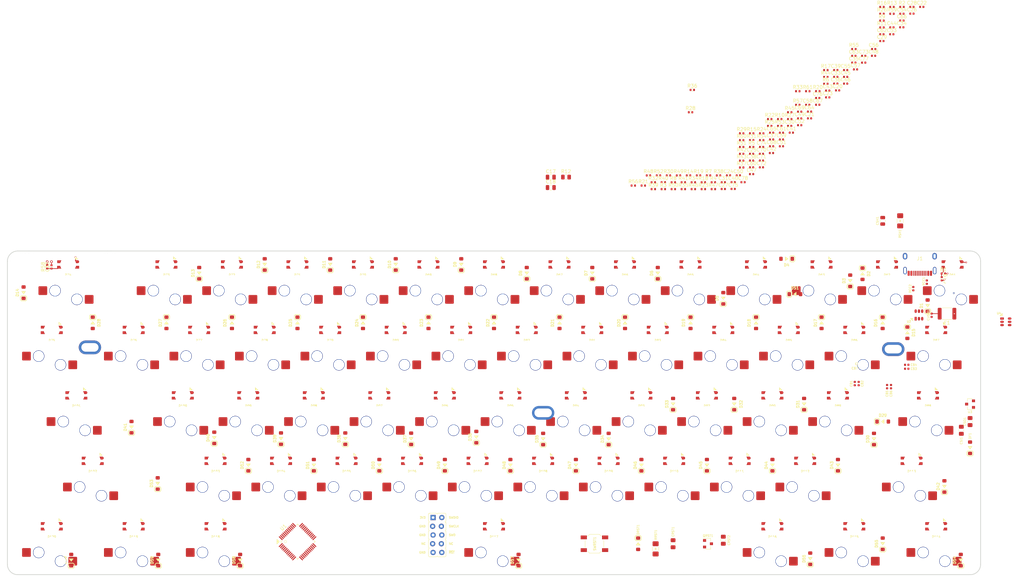
<source format=kicad_pcb>
(kicad_pcb (version 20211014) (generator pcbnew)
  (title_block (date "2022-march-1"))
  (layers (0 "F.Cu" signal) (1 "In1.Cu" signal) (2 "In2.Cu" signal) (31 "B.Cu" signal) (34 "B.Paste" user) (35 "F.Paste" user) (36 "B.SilkS" user "B.Silkscreen") (37 "F.SilkS" user "F.Silkscreen") (38 "B.Mask" user) (39 "F.Mask" user) (44 "Edge.Cuts" user))
  (net 0 "")
  (net 1 "GND")
  (net 2 "BOOT0")
  (net 3 "NRST")
  (net 4 "/SHIELD")
  (net 5 "5V")
  (net 6 "VBUS")
  (net 7 "Net-(DRST1-Pad2)")
  (net 8 "Net-(D1-Pad2)")
  (net 9 "Col1")
  (net 10 "Net-(D2-Pad2)")
  (net 11 "Col2")
  (net 12 "Net-(D3-Pad2)")
  (net 13 "Col3")
  (net 14 "Net-(D4-Pad2)")
  (net 15 "Col4")
  (net 16 "Net-(D5-Pad2)")
  (net 17 "Col5")
  (net 18 "Net-(D6-Pad2)")
  (net 19 "Col6")
  (net 20 "Net-(D7-Pad2)")
  (net 21 "Col7")
  (net 22 "Net-(D8-Pad2)")
  (net 23 "Col8")
  (net 24 "Net-(D9-Pad2)")
  (net 25 "Col9")
  (net 26 "Net-(D10-Pad2)")
  (net 27 "Col10")
  (net 28 "Net-(D11-Pad2)")
  (net 29 "Col11")
  (net 30 "Net-(D12-Pad2)")
  (net 31 "Col12")
  (net 32 "Net-(D13-Pad2)")
  (net 33 "Col13")
  (net 34 "Net-(D14-Pad2)")
  (net 35 "Net-(D15-Pad2)")
  (net 36 "Net-(D16-Pad2)")
  (net 37 "Net-(D17-Pad2)")
  (net 38 "Net-(D18-Pad2)")
  (net 39 "Net-(D19-Pad2)")
  (net 40 "Net-(D20-Pad2)")
  (net 41 "Net-(D21-Pad2)")
  (net 42 "Net-(D22-Pad2)")
  (net 43 "Net-(D23-Pad2)")
  (net 44 "Net-(D24-Pad2)")
  (net 45 "Net-(D25-Pad2)")
  (net 46 "Net-(D26-Pad2)")
  (net 47 "Net-(D27-Pad2)")
  (net 48 "Net-(D28-Pad2)")
  (net 49 "Net-(D29-Pad2)")
  (net 50 "Net-(D30-Pad2)")
  (net 51 "Net-(D31-Pad2)")
  (net 52 "Net-(D32-Pad2)")
  (net 53 "Net-(D33-Pad2)")
  (net 54 "Net-(D34-Pad2)")
  (net 55 "Net-(D35-Pad2)")
  (net 56 "Net-(D36-Pad2)")
  (net 57 "Net-(D37-Pad2)")
  (net 58 "Net-(D38-Pad2)")
  (net 59 "Net-(D39-Pad2)")
  (net 60 "Net-(D40-Pad2)")
  (net 61 "Net-(D41-Pad2)")
  (net 62 "Net-(D42-Pad2)")
  (net 63 "Net-(D43-Pad2)")
  (net 64 "Net-(D44-Pad2)")
  (net 65 "Net-(D45-Pad2)")
  (net 66 "Net-(D46-Pad2)")
  (net 67 "Net-(D47-Pad2)")
  (net 68 "Net-(D48-Pad2)")
  (net 69 "Net-(D49-Pad2)")
  (net 70 "Net-(D50-Pad2)")
  (net 71 "Net-(D51-Pad2)")
  (net 72 "Net-(D52-Pad2)")
  (net 73 "Net-(D53-Pad2)")
  (net 74 "Net-(D54-Pad2)")
  (net 75 "Net-(D55-Pad2)")
  (net 76 "Net-(D56-Pad2)")
  (net 77 "Net-(D57-Pad2)")
  (net 78 "Net-(D58-Pad2)")
  (net 79 "Net-(D59-Pad2)")
  (net 80 "Net-(D60-Pad2)")
  (net 82 "Net-(J1-PadA5)")
  (net 83 "DBus+")
  (net 84 "DBus-")
  (net 86 "Row1")
  (net 87 "Row2")
  (net 88 "Row3")
  (net 89 "Row4")
  (net 90 "Row5")
  (net 91 "D+")
  (net 92 "D-")
  (net 93 "SWCLK")
  (net 94 "SWDIO")
  (net 95 "Net-(J1-PadB5)")
  (net 113 "3V3")
  (net 114 "Net-(C19-Pad1)")
  (net 115 "Net-(C20-Pad1)")
  (net 116 "Net-(C21-Pad1)")
  (net 117 "Net-(C22-Pad1)")
  (net 118 "Net-(C23-Pad1)")
  (net 119 "Net-(C24-Pad1)")
  (net 120 "Net-(C25-Pad1)")
  (net 121 "Net-(C26-Pad1)")
  (net 122 "Net-(C27-Pad1)")
  (net 123 "Net-(C28-Pad1)")
  (net 124 "Net-(C29-Pad1)")
  (net 125 "Net-(C30-Pad1)")
  (net 126 "Net-(C31-Pad1)")
  (net 127 "Net-(C32-Pad1)")
  (net 128 "Net-(C33-Pad1)")
  (net 129 "Net-(C34-Pad1)")
  (net 130 "Net-(C35-Pad1)")
  (net 131 "Net-(C36-Pad1)")
  (net 132 "Net-(C37-Pad1)")
  (net 133 "Net-(C38-Pad1)")
  (net 134 "Net-(C39-Pad1)")
  (net 135 "Net-(C40-Pad1)")
  (net 136 "Net-(C41-Pad1)")
  (net 137 "Net-(C42-Pad1)")
  (net 138 "Net-(C43-Pad1)")
  (net 139 "Net-(C44-Pad1)")
  (net 140 "Net-(C45-Pad1)")
  (net 141 "Net-(C46-Pad1)")
  (net 142 "Net-(C47-Pad1)")
  (net 143 "Net-(C48-Pad1)")
  (net 144 "Net-(C49-Pad1)")
  (net 145 "Net-(C50-Pad1)")
  (net 146 "Net-(C51-Pad1)")
  (net 147 "Net-(C52-Pad1)")
  (net 148 "Net-(C53-Pad1)")
  (net 149 "Net-(C54-Pad1)")
  (net 150 "Net-(C55-Pad1)")
  (net 151 "Net-(C56-Pad1)")
  (net 152 "Net-(C57-Pad1)")
  (net 153 "Net-(C58-Pad1)")
  (net 154 "Net-(C59-Pad1)")
  (net 155 "Net-(C60-Pad1)")
  (net 156 "Net-(C61-Pad1)")
  (net 157 "Net-(C62-Pad1)")
  (net 158 "Net-(C63-Pad1)")
  (net 159 "Net-(C64-Pad1)")
  (net 160 "Net-(C65-Pad1)")
  (net 161 "Net-(C66-Pad1)")
  (net 162 "Net-(C67-Pad1)")
  (net 163 "Net-(C68-Pad1)")
  (net 164 "Net-(C69-Pad1)")
  (net 165 "Net-(C70-Pad1)")
  (net 166 "Net-(C71-Pad1)")
  (net 167 "Net-(C72-Pad1)")
  (net 168 "Net-(C73-Pad1)")
  (net 169 "Net-(C74-Pad1)")
  (net 170 "Net-(C75-Pad1)")
  (net 171 "Net-(C76-Pad1)")
  (net 172 "Net-(C77-Pad1)")
  (net 173 "Net-(C78-Pad1)")
  (net 174 "Net-(D61-Pad2)")
  (net 175 "RGB_5V")
  (net 176 "Net-(D62-Pad2)")
  (net 177 "Net-(D63-Pad2)")
  (net 178 "Net-(D64-Pad2)")
  (net 179 "Net-(D65-Pad2)")
  (net 180 "Net-(D66-Pad2)")
  (net 181 "Net-(D67-Pad2)")
  (net 182 "Net-(D68-Pad2)")
  (net 183 "Net-(D69-Pad2)")
  (net 184 "Net-(D70-Pad2)")
  (net 185 "Net-(D71-Pad2)")
  (net 186 "Net-(D72-Pad2)")
  (net 187 "Net-(D73-Pad2)")
  (net 188 "Net-(D74-Pad2)")
  (net 189 "Net-(D75-Pad2)")
  (net 190 "Net-(D76-Pad2)")
  (net 191 "Net-(D77-Pad2)")
  (net 192 "Net-(D78-Pad2)")
  (net 193 "Net-(D79-Pad2)")
  (net 194 "Net-(D80-Pad2)")
  (net 195 "Net-(D81-Pad2)")
  (net 196 "Net-(D82-Pad2)")
  (net 197 "Net-(D83-Pad2)")
  (net 198 "Net-(D83-Pad4)")
  (net 199 "Net-(D84-Pad2)")
  (net 200 "Net-(D85-Pad2)")
  (net 201 "Net-(D86-Pad2)")
  (net 202 "Net-(D87-Pad2)")
  (net 203 "Net-(D88-Pad2)")
  (net 204 "Net-(D89-Pad2)")
  (net 205 "Net-(D90-Pad2)")
  (net 206 "Net-(D92-Pad2)")
  (net 207 "Net-(D93-Pad2)")
  (net 208 "Net-(D94-Pad2)")
  (net 209 "Net-(D95-Pad2)")
  (net 210 "Net-(D96-Pad2)")
  (net 211 "Net-(D97-Pad2)")
  (net 212 "Net-(D98-Pad2)")
  (net 213 "Net-(D100-Pad4)")
  (net 214 "Net-(D100-Pad2)")
  (net 215 "Net-(D101-Pad2)")
  (net 216 "Net-(D102-Pad2)")
  (net 217 "Net-(D103-Pad2)")
  (net 218 "Net-(D104-Pad2)")
  (net 219 "Net-(D105-Pad2)")
  (net 220 "Net-(D106-Pad2)")
  (net 221 "Net-(D107-Pad2)")
  (net 222 "Net-(D108-Pad2)")
  (net 223 "Net-(D109-Pad2)")
  (net 224 "Net-(D110-Pad2)")
  (net 225 "Net-(D111-Pad2)")
  (net 226 "Net-(D112-Pad2)")
  (net 227 "Net-(D113-Pad2)")
  (net 228 "Net-(D114-Pad2)")
  (net 229 "Net-(D115-Pad2)")
  (net 230 "Net-(D116-Pad2)")
  (net 231 "Net-(D117-Pad2)")
  (net 232 "Net-(D118-Pad2)")
  (net 233 "Net-(D119-Pad2)")
  (net 234 "RGB_OUT")
  (net 235 "Net-(R12-Pad2)")
  (net 236 "RGB_3V3")
  (footprint "acheron_Connectors:TYPE-C-31-M-12" (layer "F.Cu") (at 337.063992 106.728061 180)
    (fp_text reference "J1")
    (fp_text value "TYPE-C-31-M12_13")
  )
  (footprint "Capacitor_SMD:C_0402_1005Metric" (layer "F.Cu") (at 318.141 138.105 -90)
    (fp_text reference "CB1")
    (fp_text value "1uF")
  )
  (footprint "Capacitor_SMD:C_0402_1005Metric" (layer "F.Cu") (at 333.254 133.787 180)
    (fp_text reference "CB3")
    (fp_text value "100n")
  )
  (footprint "Capacitor_SMD:C_0402_1005Metric" (layer "F.Cu") (at 333.254 132.644 180)
    (fp_text reference "CB4")
    (fp_text value "4.7uF")
  )
  (footprint "Capacitor_SMD:C_0402_1005Metric" (layer "F.Cu") (at 327.53888 138.994 90)
    (fp_text reference "CB5")
    (fp_text value "100n")
  )
  (footprint "Capacitor_SMD:C_0402_1005Metric" (layer "F.Cu") (at 328.68188 138.994 90)
    (fp_text reference "CB6")
    (fp_text value "4.7uF")
  )
  (footprint "Capacitor_SMD:C_0402_1005Metric" (layer "F.Cu") (at 320.173 133.66)
    (fp_text reference "CB7")
    (fp_text value "100nF")
  )
  (footprint "Capacitor_SMD:C_0402_1005Metric" (layer "F.Cu") (at 321.189 132.39 180)
    (fp_text reference "CB8")
    (fp_text value "100n")
  )
  (footprint "Capacitor_SMD:C_0805_2012Metric_Pad1.15x1.40mm_HandSolder" (layer "F.Cu") (at 265.309 184.714 -90)
    (fp_text reference "CRST1")
    (fp_text value "10u")
  )
  (footprint "Capacitor_SMD:C_0805_2012Metric_Pad1.15x1.40mm_HandSolder" (layer "F.Cu") (at 279.9131 183.68932 -90)
    (fp_text reference "CRST2")
    (fp_text value "4.7n")
  )
  (footprint "Capacitor_SMD:C_0805_2012Metric" (layer "F.Cu") (at 326.269 90.734 90)
    (fp_text reference "CSH1")
    (fp_text value "4.7nF")
  )
  (footprint "Capacitor_SMD:C_0805_2012Metric_Pad1.15x1.40mm_HandSolder" (layer "F.Cu") (at 349.129 151.694 -90)
    (fp_text reference "CSI1")
    (fp_text value "10u")
  )
  (footprint "Capacitor_SMD:C_0805_2012Metric_Pad1.15x1.40mm_HandSolder" (layer "F.Cu") (at 351.669 149.154 90)
    (fp_text reference "CSO1")
    (fp_text value "1u")
  )
  (footprint "Capacitor_SMD:C_0402_1005Metric" (layer "F.Cu") (at 340.493 118.2168 90)
    (fp_text reference "CUSB1")
    (fp_text value "100n")
  )
  (footprint "acheron_Components:D_SOD-123" (layer "F.Cu") (at 320.39525 106.13275 -90)
    (fp_text reference "D2")
    (fp_text value "1N4148")
  )
  (footprint "acheron_Components:D_SOD-123" (layer "F.Cu") (at 316.819 108.184 90)
    (fp_text reference "D3")
    (fp_text value "1N4148")
  )
  (footprint "acheron_Components:D_SOD-123" (layer "F.Cu") (at 279.914 113.2765 90)
    (fp_text reference "D5")
    (fp_text value "1N4148")
  )
  (footprint "acheron_Components:D_SOD-123" (layer "F.Cu") (at 260.8636 105.974 90)
    (fp_text reference "D6")
    (fp_text value "1N4148")
  )
  (footprint "acheron_Components:D_SOD-123" (layer "F.Cu") (at 241.814 105.974 90)
    (fp_text reference "D7")
    (fp_text value "1N4148")
  )
  (footprint "acheron_Components:D_SOD-123" (layer "F.Cu") (at 222.76344 105.974 90)
    (fp_text reference "D8")
    (fp_text value "1N4148")
  )
  (footprint "acheron_Components:D_SOD-123" (layer "F.Cu") (at 203.71336 103.434 90)
    (fp_text reference "D9")
    (fp_text value "1N4148")
  )
  (footprint "acheron_Components:D_SOD-123" (layer "F.Cu") (at 184.66336 103.434 90)
    (fp_text reference "D10")
    (fp_text value "1N4148")
  )
  (footprint "acheron_Components:D_SOD-123" (layer "F.Cu") (at 165.61328 103.434 90)
    (fp_text reference "D11")
    (fp_text value "1N4148")
  )
  (footprint "acheron_Components:D_SOD-123" (layer "F.Cu") (at 146.56312 103.434 90)
    (fp_text reference "D12")
    (fp_text value "1N4148")
  )
  (footprint "acheron_Components:D_SOD-123" (layer "F.Cu") (at 127.514 105.974 90)
    (fp_text reference "D13")
    (fp_text value "1N4148")
  )
  (footprint "acheron_Components:D_SOD-123" (layer "F.Cu") (at 255.149 184.714 -90)
    (fp_text reference "DRST1")
    (fp_text value "1N4148")
  )
  (footprint "acheron_Componentstwo:Fuse_1812_4532" (layer "F.Cu") (at 344.9634 117.7596 180)
    (fp_text reference "F1")
    (fp_text value "Polyfuse")
  )
  (footprint "Package_TO_SOT_SMD:SOT-23" (layer "F.Cu") (at 275.469 184.714)
    (fp_text reference "QRST1")
    (fp_text value "DTC123J")
  )
  (footprint "Resistor_SMD:R_0402_1005Metric" (layer "F.Cu") (at 339.096 108.5775 90)
    (fp_text reference "RCC1")
    (fp_text value "5.1k")
  )
  (footprint "acheron_Components:R_SMD_1026" (layer "F.Cu") (at 260.229 186.2015 90)
    (fp_text reference "RRST1")
    (fp_text value "100k")
  )
  (footprint "acheron_Components:R_SMD_1026" (layer "F.Cu") (at 331.349 90.734 -90)
    (fp_text reference "RSH1")
    (fp_text value "1M")
  )
  (footprint "acheron_MXH:MX100H" (layer "F.Cu") (at 308.48884 108.514 180)
    (fp_text reference "SW3")
    (fp_text value "2")
  )
  (footprint "acheron_MXH:MX100H" (layer "F.Cu") (at 289.43876 108.514 180)
    (fp_text reference "SW4")
    (fp_text value "3")
  )
  (footprint "acheron_MXH:MX100H" (layer "F.Cu") (at 270.38868 108.514 180)
    (fp_text reference "SW5")
    (fp_text value "4")
  )
  (footprint "acheron_MXH:MX100H" (layer "F.Cu") (at 251.3386 108.514 180)
    (fp_text reference "SW6")
    (fp_text value "5")
  )
  (footprint "acheron_MXH:MX100H" (layer "F.Cu") (at 232.28852 108.514 180)
    (fp_text reference "SW7")
    (fp_text value "6")
  )
  (footprint "acheron_MXH:MX100H" (layer "F.Cu") (at 213.23844 108.514 180)
    (fp_text reference "SW8")
    (fp_text value "7")
  )
  (footprint "acheron_MXH:MX100H" (layer "F.Cu") (at 194.18836 108.514 180)
    (fp_text reference "SW9")
    (fp_text value "8")
  )
  (footprint "acheron_MXH:MX100H" (layer "F.Cu") (at 175.13828 108.514 180)
    (fp_text reference "SW10")
    (fp_text value "9")
  )
  (footprint "acheron_MXH:MX100H" (layer "F.Cu") (at 156.0882 108.514 180)
    (fp_text reference "SW11")
    (fp_text value "0")
  )
  (footprint "acheron_MXH:MX100H" (layer "F.Cu") (at 137.03812 108.514 180)
    (fp_text reference "SW12")
    (fp_text value "-_")
  )
  (footprint "acheron_MXH:MX100H" (layer "F.Cu") (at 117.98804 108.514 180)
    (fp_text reference "SW13")
    (fp_text value "=+")
  )
  (footprint "acheron_Hardware:smdPushBtn" (layer "F.Cu") (at 242.449 184.714)
    (fp_text reference "SWRST1")
    (fp_text value "SW_Push")
  )
  (footprint "acheron_Components:LQFP-48_7x7mm_P0.5mm" (layer "F.Cu") (at 156.121411 184.1044 45)
    (fp_text reference "U1")
    (fp_text value "STM32F072-LQFP48")
  )
  (footprint "acheron_Components:SOT-23-6" (layer "F.Cu") (at 336.806 118.123 90)
    (fp_text reference "U2")
    (fp_text value "USBLC6-2SC6")
  )
  (footprint "Package_TO_SOT_SMD:SOT-23" (layer "F.Cu") (at 351.669 144.074 180)
    (fp_text reference "U3")
    (fp_text value "MCP1700-3302E_SOT23")
  )
  (footprint "acheron_Components:D_SOD-123" (layer "F.Cu") (at 76.449 111.6415 90)
    (fp_text reference "D14")
    (fp_text value "1N4148")
  )
  (footprint "acheron_MXH:MX200HR" (layer "F.Cu") (at 89.41292 108.514 180)
    (fp_text reference "SW14")
    (fp_text value "BKSP_200")
  )
  (footprint "acheron_Components:D_SOD-123" (layer "F.Cu") (at 333.439 123.2965 -90)
    (fp_text reference "D15")
    (fp_text value "1N4148")
  )
  (footprint "acheron_Components:D_SOD-123" (layer "F.Cu") (at 326.249 120.424 -90)
    (fp_text reference "D16")
    (fp_text value "1N4148")
  )
  (footprint "acheron_Components:D_SOD-123" (layer "F.Cu") (at 308.489 120.42025 -90)
    (fp_text reference "D17")
    (fp_text value "1N4148")
  )
  (footprint "acheron_Components:D_SOD-123" (layer "F.Cu") (at 289.439 120.42025 -90)
    (fp_text reference "D18")
    (fp_text value "1N4148")
  )
  (footprint "acheron_Components:D_SOD-123" (layer "F.Cu") (at 270.389 120.42025 -90)
    (fp_text reference "D19")
    (fp_text value "1N4148")
  )
  (footprint "acheron_Components:D_SOD-123" (layer "F.Cu") (at 251.339 120.42025 -90)
    (fp_text reference "D20")
    (fp_text value "1N4148")
  )
  (footprint "acheron_Components:D_SOD-123" (layer "F.Cu") (at 232.289 120.42025 -90)
    (fp_text reference "D21")
    (fp_text value "1N4148")
  )
  (footprint "acheron_Components:D_SOD-123" (layer "F.Cu") (at 213.239 120.42025 -90)
    (fp_text reference "D22")
    (fp_text value "1N4148")
  )
  (footprint "acheron_Components:D_SOD-123" (layer "F.Cu") (at 194.189 120.42025 -90)
    (fp_text reference "D23")
    (fp_text value "1N4148")
  )
  (footprint "acheron_Components:D_SOD-123" (layer "F.Cu") (at 175.139 120.42025 -90)
    (fp_text reference "D24")
    (fp_text value "1N4148")
  )
  (footprint "acheron_Components:D_SOD-123" (layer "F.Cu") (at 156.089 120.42025 -90)
    (fp_text reference "D25")
    (fp_text value "1N4148")
  )
  (footprint "acheron_Components:D_SOD-123" (layer "F.Cu") (at 137.039 120.42025 -90)
    (fp_text reference "D26")
    (fp_text value "1N4148")
  )
  (footprint "acheron_MXH:MX100H" (layer "F.Cu") (at 318.01388 127.56408 180)
    (fp_text reference "SW16")
    (fp_text value "Q")
  )
  (footprint "acheron_MXH:MX100H" (layer "F.Cu") (at 298.9638 127.56408 180)
    (fp_text reference "SW17")
    (fp_text value "W")
  )
  (footprint "acheron_MXH:MX100H" (layer "F.Cu") (at 279.91372 127.56408 180)
    (fp_text reference "SW18")
    (fp_text value "E")
  )
  (footprint "acheron_MXH:MX100H" (layer "F.Cu") (at 260.86364 127.56408 180)
    (fp_text reference "SW19")
    (fp_text value "R")
  )
  (footprint "acheron_MXH:MX100H" (layer "F.Cu") (at 241.81356 127.56408 180)
    (fp_text reference "SW20")
    (fp_text value "T")
  )
  (footprint "acheron_MXH:MX100H" (layer "F.Cu") (at 222.76348 127.56408 180)
    (fp_text reference "SW21")
    (fp_text value "Y")
  )
  (footprint "acheron_MXH:MX100H" (layer "F.Cu") (at 203.7134 127.56408 180)
    (fp_text reference "SW22")
    (fp_text value "U")
  )
  (footprint "acheron_MXH:MX100H" (layer "F.Cu") (at 184.66332 127.56408 180)
    (fp_text reference "SW23")
    (fp_text value "I")
  )
  (footprint "acheron_MXH:MX100H" (layer "F.Cu") (at 165.61324 127.56408 180)
    (fp_text reference "SW24")
    (fp_text value "L")
  )
  (footprint "acheron_MXH:MX100H" (layer "F.Cu") (at 146.56316 127.56408 180)
    (fp_text reference "SW25")
    (fp_text value "O")
  )
  (footprint "acheron_MXH:MX100H" (layer "F.Cu") (at 127.51308 127.56408 180)
    (fp_text reference "SW26")
    (fp_text value "P")
  )
  (footprint "acheron_Components:D_SOD-123" (layer "F.Cu") (at 96.55775 120.42025 -90)
    (fp_text reference "D28")
    (fp_text value "1N4148")
  )
  (footprint "acheron_Components:D_SOD-123" (layer "F.Cu") (at 323.729 154.234 90)
    (fp_text reference "D30")
    (fp_text value "1N4148")
  )
  (footprint "acheron_Components:D_SOD-123" (layer "F.Cu") (at 303.409 144.074 90)
    (fp_text reference "D31")
    (fp_text value "1N4148")
  )
  (footprint "acheron_Components:D_SOD-123" (layer "F.Cu") (at 283.089 144.074 90)
    (fp_text reference "D32")
    (fp_text value "1N4148")
  )
  (footprint "acheron_Components:D_SOD-123" (layer "F.Cu") (at 265.309 144.074 90)
    (fp_text reference "D33")
    (fp_text value "1N4148")
  )
  (footprint "acheron_Components:D_SOD-123" (layer "F.Cu") (at 246.57604 154.234 90)
    (fp_text reference "D34")
    (fp_text value "1N4148")
  )
  (footprint "acheron_Components:D_SOD-123" (layer "F.Cu") (at 227.526 154.234 90)
    (fp_text reference "D35")
    (fp_text value "1N4148")
  )
  (footprint "acheron_Components:D_SOD-123" (layer "F.Cu") (at 208.09525 153.6765 90)
    (fp_text reference "D36")
    (fp_text value "1N4148")
  )
  (footprint "acheron_Components:D_SOD-123" (layer "F.Cu") (at 189.14525 154.1765 90)
    (fp_text reference "D37")
    (fp_text value "1N4148")
  )
  (footprint "acheron_Components:D_SOD-123" (layer "F.Cu") (at 169.99525 154.1265 90)
    (fp_text reference "D38")
    (fp_text value "1N4148")
  )
  (footprint "acheron_Components:D_SOD-123" (layer "F.Cu") (at 151.30064 154.11416 90)
    (fp_text reference "D39")
    (fp_text value "1N4148")
  )
  (footprint "acheron_Components:D_SOD-123" (layer "F.Cu") (at 131.89525 153.894 90)
    (fp_text reference "D40")
    (fp_text value "1N4148")
  )
  (footprint "acheron_Components:D_SOD-123" (layer "F.Cu") (at 107.829 150.7765 90)
    (fp_text reference "D41")
    (fp_text value "1N4148")
  )
  (footprint "acheron_MXH:MX175H" (layer "F.Cu") (at 339.44522 146.614 180)
    (fp_text reference "SW29")
    (fp_text value "CAPS_175")
  )
  (footprint "acheron_MXH:MX100H" (layer "F.Cu") (at 313.25136 146.61416 180)
    (fp_text reference "SW30")
    (fp_text value "A")
  )
  (footprint "acheron_MXH:MX100H" (layer "F.Cu") (at 294.20128 146.61416 180)
    (fp_text reference "SW31")
    (fp_text value "S")
  )
  (footprint "acheron_MXH:MX100H" (layer "F.Cu") (at 275.1512 146.61416 180)
    (fp_text reference "SW32")
    (fp_text value "D")
  )
  (footprint "acheron_MXH:MX100H" (layer "F.Cu") (at 256.10112 146.61416 180)
    (fp_text reference "SW33")
    (fp_text value "F")
  )
  (footprint "acheron_MXH:MX100H" (layer "F.Cu") (at 237.05104 146.61416 180)
    (fp_text reference "SW34")
    (fp_text value "G")
  )
  (footprint "acheron_MXH:MX100H" (layer "F.Cu") (at 218.00096 146.61416 180)
    (fp_text reference "SW35")
    (fp_text value "H")
  )
  (footprint "acheron_MXH:MX100H" (layer "F.Cu") (at 198.95088 146.61416 180)
    (fp_text reference "SW36")
    (fp_text value "J")
  )
  (footprint "acheron_MXH:MX100H" (layer "F.Cu") (at 179.9008 146.61416 180)
    (fp_text reference "SW37")
    (fp_text value "K")
  )
  (footprint "acheron_MXH:MX100H" (layer "F.Cu") (at 160.85072 146.61416 180)
    (fp_text reference "SW38")
    (fp_text value "L")
  )
  (footprint "acheron_MXH:MX100H" (layer "F.Cu") (at 141.80064 146.61416 180)
    (fp_text reference "SW39")
    (fp_text value ":;")
  )
  (footprint "acheron_MXH:MX100H" (layer "F.Cu") (at 122.75056 146.61416 180)
    (fp_text reference "SW40")
    (fp_text value "\"")
  )
  (footprint "acheron_MXH:MX225HR" (layer "F.Cu") (at 91.79525 146.614 180)
    (fp_text reference "SW41")
    (fp_text value "ENTER_225")
  )
  (footprint "acheron_Components:D_SOD-123" (layer "F.Cu") (at 344.20775 168.04525 90)
    (fp_text reference "D42")
    (fp_text value "1N4148")
  )
  (footprint "acheron_Components:D_SOD-123" (layer "F.Cu") (at 313.25132 161.854 90)
    (fp_text reference "D43")
    (fp_text value "1N4148")
  )
  (footprint "acheron_Components:D_SOD-123" (layer "F.Cu") (at 294.20132 161.854 90)
    (fp_text reference "D44")
    (fp_text value "1N4148")
  )
  (footprint "acheron_Components:D_SOD-123" (layer "F.Cu") (at 275.15124 161.854 90)
    (fp_text reference "D45")
    (fp_text value "1N4148")
  )
  (footprint "acheron_Components:D_SOD-123" (layer "F.Cu") (at 256.10116 161.854 90)
    (fp_text reference "D46")
    (fp_text value "1N4148")
  )
  (footprint "acheron_Components:D_SOD-123" (layer "F.Cu") (at 237.05108 161.854 90)
    (fp_text reference "D47")
    (fp_text value "1N4148")
  )
  (footprint "acheron_Components:D_SOD-123" (layer "F.Cu") (at 218.00092 161.854 90)
    (fp_text reference "D48")
    (fp_text value "1N4148")
  )
  (footprint "acheron_Components:D_SOD-123" (layer "F.Cu") (at 198.95084 161.854 90)
    (fp_text reference "D49")
    (fp_text value "1N4148")
  )
  (footprint "acheron_Components:D_SOD-123" (layer "F.Cu") (at 179.90084 161.854 90)
    (fp_text reference "D50")
    (fp_text value "1N4148")
  )
  (footprint "acheron_Components:D_SOD-123" (layer "F.Cu") (at 141.8015 161.854 90)
    (fp_text reference "D52")
    (fp_text value "1N4148")
  )
  (footprint "acheron_Components:D_SOD-123" (layer "F.Cu") (at 115.449 167.17924 90)
    (fp_text reference "D53")
    (fp_text value "1N4148")
  )
  (footprint "acheron_MXH:MX225HR" (layer "F.Cu") (at 334.6827 165.66424 180)
    (fp_text reference "SW42")
    (fp_text value "LSHIFT_225")
  )
  (footprint "acheron_MXH:MX100H" (layer "F.Cu") (at 303.72632 165.66424 180)
    (fp_text reference "SW43")
    (fp_text value "Z")
  )
  (footprint "acheron_MXH:MX100H" (layer "F.Cu") (at 284.67624 165.66424 180)
    (fp_text reference "SW44")
    (fp_text value "X")
  )
  (footprint "acheron_MXH:MX100H" (layer "F.Cu") (at 265.62616 165.66424 180)
    (fp_text reference "SW45")
    (fp_text value "C")
  )
  (footprint "acheron_MXH:MX100H" (layer "F.Cu") (at 246.57608 165.66424 180)
    (fp_text reference "SW46")
    (fp_text value "V")
  )
  (footprint "acheron_MXH:MX100H" (layer "F.Cu") (at 227.526 165.66424 180)
    (fp_text reference "SW47")
    (fp_text value "B")
  )
  (footprint "acheron_MXH:MX100H" (layer "F.Cu") (at 208.47592 165.66424 180)
    (fp_text reference "SW48")
    (fp_text value "N")
  )
  (footprint "acheron_MXH:MX100H" (layer "F.Cu") (at 189.42584 165.66424 180)
    (fp_text reference "SW49")
    (fp_text value "M")
  )
  (footprint "acheron_MXH:MX100H" (layer "F.Cu") (at 170.37576 165.66424 180)
    (fp_text reference "SW50")
    (fp_text value "<,")
  )
  (footprint "acheron_MXH:MX100H" (layer "F.Cu") (at 151.32568 165.66424 180)
    (fp_text reference "SW51")
    (fp_text value ".>")
  )
  (footprint "acheron_MXH:MX100H" (layer "F.Cu") (at 132.2756 165.66424 180)
    (fp_text reference "SW52")
    (fp_text value "?/")
  )
  (footprint "acheron_Components:D_SOD-123" (layer "F.Cu") (at 348.97025 189.4765 90)
    (fp_text reference "D54")
    (fp_text value "1N4148")
  )
  (footprint "acheron_Components:D_SOD-123" (layer "F.Cu") (at 326.269 184.714 90)
    (fp_text reference "D55")
    (fp_text value "1N4148")
  )
  (footprint "acheron_Components:D_SOD-123" (layer "F.Cu") (at 305.19525 189.0765 90)
    (fp_text reference "D56")
    (fp_text value "1N4148")
  )
  (footprint "acheron_MXH:MX150H" (layer "F.Cu") (at 341.8254 184.71432 180)
    (fp_text reference "SW54")
    (fp_text value "MXSwitch")
  )
  (footprint "acheron_MXH:MX100H" (layer "F.Cu") (at 318.013 184.71432 180)
    (fp_text reference "SW55")
    (fp_text value "MXSwitch")
  )
  (footprint "acheron_MXH:MX150H" (layer "F.Cu") (at 294.2006 184.71432 180)
    (fp_text reference "SW56")
    (fp_text value "MXSwitch")
  )
  (footprint "acheron_MXH:MX700H" (layer "F.Cu") (at 213.23844 184.71432 180)
    (fp_text reference "SW57")
    (fp_text value "MXSwitch")
  )
  (footprint "acheron_Components:D_SOD-123" (layer "F.Cu") (at 139.42025 189.4765 90)
    (fp_text reference "D58")
    (fp_text value "1N4148")
  )
  (footprint "acheron_Components:D_SOD-123" (layer "F.Cu") (at 115.60775 189.4765 90)
    (fp_text reference "D59")
    (fp_text value "1N4148")
  )
  (footprint "acheron_Components:D_SOD-123" (layer "F.Cu") (at 90.303 189.4765 90)
    (fp_text reference "D60")
    (fp_text value "1N4148")
  )
  (footprint "acheron_MXH:MX150H" (layer "F.Cu") (at 132.27628 184.71432 180)
    (fp_text reference "SW58")
    (fp_text value "MXSwitch")
  )
  (footprint "acheron_MXH:MX100H" (layer "F.Cu") (at 108.46388 184.71432 180)
    (fp_text reference "SW59")
    (fp_text value "MXSwitch")
  )
  (footprint "acheron_MXH:MX150H" (layer "F.Cu") (at 84.65148 184.71432 180)
    (fp_text reference "SW60")
    (fp_text value "MXSwitch")
  )
  (footprint "acheron_MXH:MX100H" (layer "F.Cu") (at 327.53892 108.514 180)
    (fp_text reference "SW2")
    (fp_text value "1")
  )
  (footprint "acheron_MXH:MX150H" (layer "F.Cu") (at 84.6504 127.564 180)
    (fp_text reference "SW28")
    (fp_text value "]}")
  )
  (footprint "acheron_MXH:MX100H" (layer "F.Cu") (at 346.589 108.514 180)
    (fp_text reference "SW1")
    (fp_text value "ESC")
  )
  (footprint "acheron_MXH:MX150H" (layer "F.Cu") (at 341.8265 127.564 180)
    (fp_text reference "SW15")
    (fp_text value "TAB_150")
  )
  (footprint "acheron_MXH:MX100H" (layer "F.Cu") (at 108.463 127.56408 180)
    (fp_text reference "SW27")
    (fp_text value "[{")
  )
  (footprint "acheron_Components:D_SOD-123" (layer "F.Cu") (at 220.38275 189.4765 90)
    (fp_text reference "D57")
    (fp_text value "1N4148")
  )
  (footprint "acheron_Components:D_SOD-123" (layer "F.Cu") (at 117.989 120.42025 -90)
    (fp_text reference "D27")
    (fp_text value "1N4148")
  )
  (footprint "acheron_MXH:MX275HR" (layer "F.Cu") (at 96.5567 165.66424 180)
    (fp_text reference "SW53")
    (fp_text value "RSHIFT_275")
  )
  (footprint "acheron_Components:D_SOD-123" (layer "F.Cu") (at 339.329 115.4315 90)
    (fp_text reference "D1")
    (fp_text value "1N4148")
  )
  (footprint "Resistor_SMD:R_0402_1005Metric" (layer "F.Cu") (at 335.159 110.4825 90)
    (fp_text reference "RCC2")
    (fp_text value "5.1k")
  )
  (footprint "acheron_Components:D_SOD-123" (layer "F.Cu") (at 160.85076 161.854 90)
    (fp_text reference "D51")
    (fp_text value "1N4148")
  )
  (footprint "acheron_Components:D_SOD-123" (layer "F.Cu") (at 326.269 149.154)
    (fp_text reference "D29")
    (fp_text value "1N4148")
  )
  (footprint "Capacitor_SMD:C_0402_1005Metric" (layer "F.Cu") (at 319.284 138.105 -90)
    (fp_text reference "CB2")
    (fp_text value "10n")
  )
  (footprint "acheron_Components:D_SOD-123" (layer "F.Cu") (at 298.329 101.783 180)
    (fp_text reference "D4")
    (fp_text value "1N4148")
  )
  (footprint "acheron_Components:D_SOD-123" (layer "F.Cu") (at 300.742 112.07)
    (fp_text reference "DS1")
    (fp_text value "1N4148")
  )
  (footprint "acheron_Components:D_SOD-123" (layer "F.Cu") (at 351.669 156.774 90)
    (fp_text reference "DF1")
    (fp_text value "RB060M-60TR")
  )
  (footprint "Capacitor_SMD:C_0402_1005Metric" (layer "F.Cu") (at 299.699 65.074)
    (fp_text reference "C41")
    (fp_text value "100n")
  )
  (footprint "Capacitor_SMD:C_0402_1005Metric" (layer "F.Cu") (at 293.919 71.004)
    (fp_text reference "C42")
    (fp_text value "100n")
  )
  (footprint "Resistor_SMD:R_0402_1005Metric" (layer "F.Cu") (at 259.569 81.504)
    (fp_text reference "R39")
    (fp_text value "5.1R")
  )
  (footprint "acheron_Componentstwo:SK6812MINI_3535_6028_3.2x2.8mm_Round" (layer "F.Cu") (at 108.46388 179.634315)
    (fp_text reference "D119")
    (fp_text value "SK6812MINI-E")
  )
  (footprint "acheron_Componentstwo:SK6812MINI_3535_6028_3.2x2.8mm_Round" (layer "F.Cu") (at 91.79525 141.533995)
    (fp_text reference "D101")
    (fp_text value "SK6812MINI-E")
  )
  (footprint "Resistor_SMD:R_0402_1005Metric" (layer "F.Cu") (at 274.119 81.504)
    (fp_text reference "R23")
    (fp_text value "5.1R")
  )
  (footprint "Resistor_SMD:R_0402_1005Metric" (layer "F.Cu") (at 259.569 79.514)
    (fp_text reference "R32")
    (fp_text value "5.1R")
  )
  (footprint "acheron_Componentstwo:SK6812MINI_3535_6028_3.2x2.8mm_Round" (layer "F.Cu") (at 84.65148 179.634315)
    (fp_text reference "D120")
    (fp_text value "SK6812MINI-E")
  )
  (footprint "acheron_Componentstwo:SK6812MINI_3535_6028_3.2x2.8mm_Round" (layer "F.Cu") (at 341.8265 122.483995)
    (fp_text reference "D87")
    (fp_text value "SK6812MINI-E")
  )
  (footprint "acheron_Componentstwo:SK6812MINI_3535_6028_3.2x2.8mm_Round" (layer "F.Cu") (at 308.48884 103.433995)
    (fp_text reference "D63")
    (fp_text value "SK6812MINI-E")
  )
  (footprint "Capacitor_SMD:C_0402_1005Metric" (layer "F.Cu") (at 315.489 50.804)
    (fp_text reference "C46")
    (fp_text value "100n")
  )
  (footprint "Capacitor_SMD:C_0402_1005Metric" (layer "F.Cu") (at 282.789 79.484)
    (fp_text reference "C40")
    (fp_text value "100n")
  )
  (footprint "Capacitor_SMD:C_0402_1005Metric" (layer "F.Cu") (at 318.359 46.664)
    (fp_text reference "C57")
    (fp_text value "100n")
  )
  (footprint "acheron_Componentstwo:SK6812MINI_3535_6028_3.2x2.8mm_Round" (layer "F.Cu") (at 156.0882 103.433995)
    (fp_text reference "D71")
    (fp_text value "SK6812MINI-E")
  )
  (footprint "acheron_Componentstwo:SK6812MINI_3535_6028_3.2x2.8mm_Round" (layer "F.Cu") (at 137.03812 103.433995)
    (fp_text reference "D72")
    (fp_text value "SK6812MINI-E")
  )
  (footprint "acheron_Componentstwo:SK6812MINI_3535_6028_3.2x2.8mm_Round" (layer "F.Cu") (at 256.10112 141.534155)
    (fp_text reference "D93")
    (fp_text value "SK6812MINI-E")
  )
  (footprint "acheron_Componentstwo:SK6812MINI_3535_6028_3.2x2.8mm_Round" (layer "F.Cu") (at 251.3386 103.433995)
    (fp_text reference "D66")
    (fp_text value "SK6812MINI-E")
  )
  (footprint "acheron_Componentstwo:SK6812MINI_3535_6028_3.2x2.8mm_Round" (layer "F.Cu") (at 151.32568 160.584235)
    (fp_text reference "D104")
    (fp_text value "SK6812MINI-E")
  )
  (footprint "Resistor_SMD:R_0402_1005Metric" (layer "F.Cu") (at 261.069 77.524)
    (fp_text reference "R52")
    (fp_text value "5.1R")
  )
  (footprint "Resistor_SMD:R_0402_1005Metric" (layer "F.Cu") (at 288.159 65.264)
    (fp_text reference "R15")
    (fp_text value "5.1R")
  )
  (footprint "acheron_Componentstwo:SK6812MINI_3535_6028_3.2x2.8mm_Round" (layer "F.Cu") (at 241.81356 122.484075)
    (fp_text reference "D91")
    (fp_text value "SK6812MINI-E")
  )
  (footprint "Resistor_SMD:R_0402_1005Metric" (layer "F.Cu") (at 285.249 67.254)
    (fp_text reference "R60")
    (fp_text value "5.1R")
  )
  (footprint "acheron_Componentstwo:SK6812MINI_3535_6028_3.2x2.8mm_Round" (layer "F.Cu") (at 132.27628 179.634315)
    (fp_text reference "D118")
    (fp_text value "SK6812MINI-E")
  )
  (footprint "Capacitor_SMD:C_0402_1005Metric" (layer "F.Cu") (at 288.139 71.224)
    (fp_text reference "C25")
    (fp_text value "100n")
  )
  (footprint "Capacitor_SMD:C_0402_1005Metric" (layer "F.Cu") (at 302.119 62.904)
    (fp_text reference "C52")
    (fp_text value "100n")
  )
  (footprint "Resistor_SMD:R_0402_1005Metric" (layer "F.Cu") (at 317.889 40.744)
    (fp_text reference "R55")
    (fp_text value "5.1R")
  )
  (footprint "Resistor_SMD:R_0402_1005Metric" (layer "F.Cu") (at 275.619 77.524)
    (fp_text reference "R7")
    (fp_text value "5.1R")
  )
  (footprint "Capacitor_SMD:C_0402_1005Metric" (layer "F.Cu") (at 326.029 36.434)
    (fp_text reference "C62")
    (fp_text value "100n")
  )
  (footprint "Resistor_SMD:R_0402_1005Metric" (layer "F.Cu") (at 331.869 28.484)
    (fp_text reference "R2")
    (fp_text value "5.1R")
  )
  (footprint "Resistor_SMD:R_0402_1005Metric" (layer "F.Cu") (at 253.749 80.474)
    (fp_text reference "R56")
    (fp_text value "5.1R")
  )
  (footprint "Capacitor_SMD:C_0402_1005Metric" (layer "F.Cu") (at 331.849 32.434)
    (fp_text reference "C66")
    (fp_text value "100n")
  )
  (footprint "Resistor_SMD:R_0402_1005Metric" (layer "F.Cu") (at 285.249 65.264)
    (fp_text reference "R29")
    (fp_text value "5.1R")
  )
  (footprint "acheron_Componentstwo:SK6812MINI_3535_6028_3.2x2.8mm_Round" (layer "F.Cu") (at 327.53892 103.433995)
    (fp_text reference "D62")
    (fp_text value "SK6812MINI-E")
  )
  (footprint "Capacitor_SMD:C_0402_1005Metric" (layer "F.Cu") (at 284.289 77.514)
    (fp_text reference "C50")
    (fp_text value "100n")
  )
  (footprint "Resistor_SMD:R_0402_1005Metric" (layer "F.Cu") (at 293.409 63.114)
    (fp_text reference "R25")
    (fp_text value "5.1R")
  )
  (footprint "acheron_Componentstwo:SK6812MINI_3535_6028_3.2x2.8mm_Round" (layer "F.Cu") (at 208.47592 160.584235)
    (fp_text reference "D107")
    (fp_text value "SK6812MINI-E")
  )
  (footprint "acheron_Componentstwo:SK6812MINI_3535_6028_3.2x2.8mm_Round" (layer "F.Cu") (at 179.9008 141.534155)
    (fp_text reference "D97")
    (fp_text value "SK6812MINI-E")
  )
  (footprint "acheron_Componentstwo:SK6812MINI_3535_6028_3.2x2.8mm_Round" (layer "F.Cu") (at 222.76348 122.484075)
    (fp_text reference "D82")
    (fp_text value "SK6812MINI-E")
  )
  (footprint "Capacitor_SMD:C_0402_1005Metric" (layer "F.Cu") (at 279.919 79.504)
    (fp_text reference "C31")
    (fp_text value "100n")
  )
  (footprint "Resistor_SMD:R_0402_1005Metric" (layer "F.Cu") (at 304.479 53.004)
    (fp_text reference "R61")
    (fp_text value "5.1R")
  )
  (footprint "Resistor_SMD:R_0402_1005Metric" (layer "F.Cu") (at 309.729 50.854)
    (fp_text reference "R6")
    (fp_text value "5.1R")
  )
  (footprint "Resistor_SMD:R_0402_1005Metric" (layer "F.Cu") (at 299.229 59.134)
    (fp_text reference "R45")
    (fp_text value "5.1R")
  )
  (footprint "Capacitor_SMD:C_0402_1005Metric" (layer "F.Cu") (at 304.459 56.974)
    (fp_text reference "C58")
    (fp_text value "100n")
  )
  (footprint "acheron_Componentstwo:SK6812MINI_3535_6028_3.2x2.8mm_Round" (layer "F.Cu") (at 279.91372 122.484075)
    (fp_text reference "D84")
    (fp_text value "SK6812MINI-E")
  )
  (footprint "Resistor_SMD:R_0402_1005Metric" (layer "F.Cu") (at 328.959 30.474)
    (fp_text reference "R59")
    (fp_text value "5.1R")
  )
  (footprint "Resistor_SMD:R_0402_1005Metric" (layer "F.Cu") (at 271.209 81.504)
    (fp_text reference "R46")
    (fp_text value "5.1R")
  )
  (footprint "acheron_Componentstwo:SK6812MINI_3535_6028_3.2x2.8mm_Round" (layer "F.Cu") (at 194.18836 103.433995)
    (fp_text reference "D69")
    (fp_text value "SK6812MINI-E")
  )
  (footprint "acheron_Components:SOT-23-6" (layer "F.Cu") (at 362.069 120.124)
    (fp_text reference "U4")
    (fp_text value "TXS0101DBVR")
  )
  (footprint "acheron_Componentstwo:SK6812MINI_3535_6028_3.2x2.8mm_Round" (layer "F.Cu") (at 189.42584 160.584235)
    (fp_text reference "D106")
    (fp_text value "SK6812MINI-E")
  )
  (footprint "acheron_Componentstwo:SK6812MINI_3535_6028_3.2x2.8mm_Round" (layer "F.Cu") (at 284.67624 160.584235)
    (fp_text reference "D111")
    (fp_text value "SK6812MINI-E")
  )
  (footprint "acheron_Componentstwo:SK6812MINI_3535_6028_3.2x2.8mm_Round" (layer "F.Cu") (at 294.20128 141.534155)
    (fp_text reference "D90")
    (fp_text value "SK6812MINI-E")
  )
  (footprint "Capacitor_SMD:C_0402_1005Metric" (layer "F.Cu") (at 315.489 46.864)
    (fp_text reference "C55")
    (fp_text value "100n")
  )
  (footprint "Capacitor_SMD:C_0402_1005Metric" (layer "F.Cu") (at 299.209 63.104)
    (fp_text reference "C30")
    (fp_text value "100n")
  )
  (footprint "acheron_Componentstwo:SK6812MINI_3535_6028_3.2x2.8mm_Round" (layer "F.Cu") (at 160.85072 141.534155)
    (fp_text reference "D98")
    (fp_text value "SK6812MINI-E")
  )
  (footprint "acheron_Componentstwo:SK6812MINI_3535_6028_3.2x2.8mm_Round" (layer "F.Cu") (at 108.463 122.484075)
    (fp_text reference "D76")
    (fp_text value "SK6812MINI-E")
  )
  (footprint "Capacitor_SMD:C_0402_1005Metric" (layer "F.Cu") (at 328.899 36.434)
    (fp_text reference "C53")
    (fp_text value "100n")
  )
  (footprint "Capacitor_SMD:C_0402_1005Metric" (layer "F.Cu") (at 317.869 42.724)
    (fp_text reference "C63")
    (fp_text value "100n")
  )
  (footprint "acheron_Componentstwo:SK6812MINI_3535_6028_3.2x2.8mm_Round" (layer "F.Cu") (at 232.28852 103.433995)
    (fp_text reference "D67")
    (fp_text value "SK6812MINI-E")
  )
  (footprint "Capacitor_SMD:C_0402_1005Metric" (layer "F.Cu") (at 331.809 34.404)
    (fp_text reference "C34")
    (fp_text value "100n")
  )
  (footprint "acheron_Componentstwo:SK6812MINI_3535_6028_3.2x2.8mm_Round" (layer "F.Cu") (at 265.62616 160.584235)
    (fp_text reference "D110")
    (fp_text value "SK6812MINI-E")
  )
  (footprint "acheron_Componentstwo:SK6812MINI_3535_6028_3.2x2.8mm_Round" (layer "F.Cu") (at 96.5567 160.584235)
    (fp_text reference "D102")
    (fp_text value "SK6812MINI-E")
  )
  (footprint "Capacitor_SMD:C_0402_1005Metric" (layer "F.Cu") (at 310.279 52.834)
    (fp_text reference "C43")
    (fp_text value "100n")
  )
  (footprint "Capacitor_SMD:C_0402_1005Metric" (layer "F.Cu") (at 315.489 48.834)
    (fp_text reference "C45")
    (fp_text value "100n")
  )
  (footprint "acheron_Componentstwo:SK6812MINI_3535_6028_3.2x2.8mm_Round" (layer "F.Cu") (at 165.61324 122.484075)
    (fp_text reference "D79")
    (fp_text value "SK6812MINI-E")
  )
  (footprint "Capacitor_SMD:C_0402_1005Metric" (layer "F.Cu") (at 279.919 81.474)
    (fp_text reference "C27")
    (fp_text value "100n")
  )
  (footprint "acheron_Componentstwo:SK6812MINI_3535_6028_3.2x2.8mm_Round" (layer "F.Cu") (at 89.41292 103.433995)
    (fp_text reference "D74")
    (fp_text value "SK6812MINI-E")
  )
  (footprint "acheron_Componentstwo:SK6812MINI_3535_6028_3.2x2.8mm_Round" (layer "F.Cu") (at 341.8254 179.634315)
    (fp_text reference "D114")
    (fp_text value "SK6812MINI-E")
  )
  (footprint "acheron_Componentstwo:SK6812MINI_3535_6028_3.2x2.8mm_Round" (layer "F.Cu") (at 203.7134 122.484075)
    (fp_text reference "D81")
    (fp_text value "SK6812MINI-E")
  )
  (footprint "Capacitor_SMD:C_0402_1005Metric" (layer "F.Cu") (at 334.759 30.444)
    (fp_text reference "C26")
    (fp_text value "100n")
  )
  (footprint "Capacitor_SMD:C_0402_1005Metric" (layer "F.Cu") (at 293.959 69.034)
    (fp_text reference "C68")
    (fp_text value "100n")
  )
  (footprint "Capacitor_SMD:C_0805_2012Metric" (layer "F.Cu") (at 229.749 81.044)
    (fp_text reference "C18")
    (fp_text value "100n")
  )
  (footprint "Resistor_SMD:R_0402_1005Metric" (layer "F.Cu") (at 291.069 67.254)
    (fp_text reference "R54")
    (fp_text value "5.1R")
  )
  (footprint "acheron_Componentstwo:SK6812MINI_3535_6028_3.2x2.8mm_Round" (layer "F.Cu") (at 289.43876 103.433995)
    (fp_text reference "D64")
    (fp_text value "SK6812MINI-E")
  )
  (footprint "acheron_Componentstwo:SK6812MINI_3535_6028_3.2x2.8mm_Round" (layer "F.Cu") (at 198.95088 141.534155)
    (fp_text reference "D96")
    (fp_text value "SK6812MINI-E")
  )
  (footprint "Resistor_SMD:R_0402_1005Metric" (layer "F.Cu") (at 277.029 79.514)
    (fp_text reference "R4")
    (fp_text value "5.1R")
  )
  (footprint "Resistor_SMD:R_0402_1005Metric" (layer "F.Cu") (at 343.8966 106.0756)
    (fp_text reference "R1")
    (fp_text value "5.1R" hide)
  )
  (footprint "Resistor_SMD:R_0402_1005Metric" (layer "F.Cu") (at 288.159 67.254)
    (fp_text reference "R31")
    (fp_text value "5.1R")
  )
  (footprint "Capacitor_SMD:C_0402_1005Metric" (layer "F.Cu") (at 337.629 28.474)
    (fp_text reference "C22")
    (fp_text value "100n")
  )
  (footprint "Resistor_SMD:R_0402_1005Metric" (layer "F.Cu") (at 326.049 32.464)
    (fp_text reference "R9")
    (fp_text value "5.1R")
  )
  (footprint "Resistor_SMD:R_0402_1005Metric" (layer "F.Cu") (at 277.029 81.504)
    (fp_text reference "R47")
    (fp_text value "5.1R")
  )
  (footprint "Resistor_SMD:R_0402_1005Metric" (layer "F.Cu") (at 326.049 28.484)
    (fp_text reference "R16")
    (fp_text value "5.1R")
  )
  (footprint "Capacitor_SMD:C_0402_1005Metric" (layer "F.Cu") (at 323.609 42.704)
    (fp_text reference "C48")
    (fp_text value "100n")
  )
  (footprint "Capacitor_SMD:C_0402_1005Metric" (layer "F.Cu") (at 334.759 28.474)
    (fp_text reference "C28")
    (fp_text value "100n")
  )
  (footprint "acheron_Componentstwo:SK6812MINI_3535_6028_3.2x2.8mm_Round" (layer "F.Cu") (at 227.526 160.584235)
    (fp_text reference "D108")
    (fp_text value "SK6812MINI-E")
  )
  (footprint "Capacitor_SMD:C_0402_1005Metric" (layer "F.Cu") (at 331.849 30.464)
    (fp_text reference "C54")
    (fp_text value "100n")
  )
  (footprint "acheron_Componentstwo:SK6812MINI_3535_6028_3.2x2.8mm_Round" (layer "F.Cu") (at 318.013 179.634315)
    (fp_text reference "D115")
    (fp_text value "SK6812MINI-E")
  )
  (footprint "Resistor_SMD:R_0402_1005Metric" (layer "F.Cu") (at 265.389 79.514)
    (fp_text reference "R8")
    (fp_text value "5.1R")
  )
  (footprint "Capacitor_SMD:C_0402_1005Metric" (layer "F.Cu") (at 293.959 67.064)
    (fp_text reference "C37")
    (fp_text value "100n")
  )
  (footprint "acheron_Componentstwo:SK6812MINI_3535_6028_3.2x2.8mm_Round" (layer "F.Cu") (at 237.05104 141.534155)
    (fp_text reference "D94")
    (fp_text value "SK6812MINI-E")
  )
  (footprint "Resistor_SMD:R_0402_1005Metric" (layer "F.Cu") (at 270.899 52.634)
    (fp_text reference "R36")
    (fp_text value "5.1R")
  )
  (footprint "Capacitor_SMD:C_0402_1005Metric" (layer "F.Cu") (at 288.139 75.164)
    (fp_text reference "C60")
    (fp_text value "100n")
  )
  (footprint "Capacitor_SMD:C_0402_1005Metric" (layer "F.Cu") (at 288.139 77.134)
    (fp_text reference "C47")
    (fp_text value "100n")
  )
  (footprint "Resistor_SMD:R_0402_1005Metric" (layer "F.Cu") (at 301.569 56.984)
    (fp_text reference "R57")
    (fp_text value "5.1R")
  )
  (footprint "acheron_Componentstwo:SK6812MINI_3535_6028_3.2x2.8mm_Round" (layer "F.Cu") (at 275.1512 141.534155)
    (fp_text reference "D92")
    (fp_text value "SK6812MINI-E")
  )
  (footprint "Capacitor_SMD:C_0402_1005Metric" (layer "F.Cu") (at 84.5626 104.1452 90)
    (fp_text reference "C32")
    (fp_text value "100n")
  )
  (footprint "Resistor_SMD:R_0402_1005Metric" (layer "F.Cu") (at 274.119 79.514)
    (fp_text reference "R18")
    (fp_text value "5.1R")
  )
  (footprint "Resistor_SMD:R_0402_1005Metric" (layer "F.Cu") (at 307.389 53.004)
    (fp_text reference "R20")
    (fp_text value "5.1R")
  )
  (footprint "Resistor_SMD:R_0402_1005Metric" (layer "F.Cu") (at 265.389 81.504)
    (fp_text reference "R50")
    (fp_text value "5.1R")
  )
  (footprint "acheron_Componentstwo:SK6812MINI_3535_6028_3.2x2.8mm_Round" (layer "F.Cu") (at 298.9638 122.484075)
    (fp_text reference "D85")
    (fp_text value "SK6812MINI-E")
  )
  (footprint "Capacitor_SMD:C_0402_1005Metric" (layer "F.Cu") (at 328.939 34.424)
    (fp_text reference "C44")
    (fp_text value "100n")
  )
  (footprint "acheron_Componentstwo:SK6812MINI_3535_6028_3.2x2.8mm_Round" (layer "F.Cu") (at 213.23844 103.433995)
    (fp_text reference "D68")
    (fp_text value "SK6812MINI-E")
  )
  (footprint "Capacitor_SMD:C_0402_1005Metric" (layer "F.Cu") (at 320.739 42.724)
    (fp_text reference "C73")
    (fp_text value "100n")
  )
  (footprint "Resistor_SMD:R_0402_1005Metric" (layer "F.Cu") (at 258.159 77.524)
    (fp_text reference "R48")
    (fp_text value "5.1R")
  )
  (footprint "Capacitor_SMD:C_0402_1005Metric" (layer "F.Cu") (at 310.279 54.804)
    (fp_text reference "C23")
    (fp_text value "100n")
  )
  (footprint "Resistor_SMD:R_0402_1005Metric" (layer "F.Cu") (at 271.209 79.514)
    (fp_text reference "R34")
    (fp_text value "5.1R")
  )
  (footprint "Resistor_SMD:R_0402_1005Metric" (layer "F.Cu") (at 326.049 30.474)
    (fp_text reference "R26")
    (fp_text value "5.1R")
  )
  (footprint "acheron_Componentstwo:SK6812MINI_3535_6028_3.2x2.8mm_Round" (layer "F.Cu") (at 175.13828 103.433995)
    (fp_text reference "D70")
    (fp_text value "SK6812MINI-E")
  )
  (footprint "Resistor_SMD:R_0402_1005Metric" (layer "F.Cu") (at 326.049 34.454)
    (fp_text reference "R11")
    (fp_text value "5.1R")
  )
  (footprint "Resistor_SMD:R_0402_1005Metric" (layer "F.Cu") (at 296.319 61.124)
    (fp_text reference "R10")
    (fp_text value "5.1R")
  )
  (footprint "Capacitor_SMD:C_0402_1005Metric" (layer "F.Cu") (at 281.419 77.514)
    (fp_text reference "C24")
    (fp_text value "100n")
  )
  (footprint "Resistor_SMD:R_0402_1005Metric" (layer "F.Cu") (at 278.529 77.524)
    (fp_text reference "R38")
    (fp_text value "5.1R")
  )
  (footprint "Capacitor_SMD:C_0402_1005Metric" (layer "F.Cu") (at 304.989 58.944)
    (fp_text reference "C64")
    (fp_text value "100n")
  )
  (footprint "acheron_Componentstwo:SK6812MINI_3535_6028_3.2x2.8mm_Round" (layer "F.Cu") (at 146.56316 122.484075)
    (fp_text reference "D78")
    (fp_text value "SK6812MINI-E")
  )
  (footprint "Resistor_SMD:R_0402_1005Metric" (layer "F.Cu") (at 285.249 75.214)
    (fp_text reference "R37")
    (fp_text value "5.1R")
  )
  (footprint "acheron_Connectors:Conn_ARM_JTAG_SWD_10" (layer "F.Cu") (at 196.729 182.174)
    (fp_text reference "J2" hide)
    (fp_text value "Conn_ARM_JTAG_SWD_10" hide)
  )
  (footprint "Capacitor_SMD:C_0402_1005Metric" (layer "F.Cu") (at 296.829 69.034)
    (fp_text reference "C51")
    (fp_text value "100n")
  )
  (footprint "Resistor_SMD:R_0402_1005Metric" (layer "F.Cu") (at 285.249 69.244)
    (fp_text reference "R51")
    (fp_text value "5.1R")
  )
  (footprint "acheron_Componentstwo:SK6812MINI_3535_6028_3.2x2.8mm_Round" (layer "F.Cu") (at 260.86364 122.484075)
    (fp_text reference "D83")
    (fp_text value "SK6812MINI-E")
  )
  (footprint "acheron_Componentstwo:SK6812MINI_3535_6028_3.2x2.8mm_Round" (layer "F.Cu") (at 270.38868 103.433995)
    (fp_text reference "D65")
    (fp_text value "SK6812MINI-E")
  )
  (footprint "Capacitor_SMD:C_0402_1005Metric" (layer "F.Cu") (at 291.009 71.224)
    (fp_text reference "C70")
    (fp_text value "100n")
  )
  (footprint "acheron_Componentstwo:SK6812MINI_3535_6028_3.2x2.8mm_Round" (layer "F.Cu") (at 339.44522 141.533995)
    (fp_text reference "D88")
    (fp_text value "SK6812MINI-E")
  )
  (footprint "Resistor_SMD:R_0402_1005Metric" (layer "F.Cu") (at 296.319 63.114)
    (fp_text reference "R53")
    (fp_text value "5.1R")
  )
  (footprint "Capacitor_SMD:C_0402_1005Metric" (layer "F.Cu") (at 323.649 40.734)
    (fp_text reference "C56")
    (fp_text value "100n")
  )
  (footprint "Resistor_SMD:R_0402_1005Metric" (layer "F.Cu") (at 301.569 53.004)
    (fp_text reference "R33")
    (fp_text value "5.1R")
  )
  (footprint "acheron_Componentstwo:SK6812MINI_3535_6028_3.2x2.8mm_Round" (layer "F.Cu") (at 218.00096 141.534155)
    (fp_text reference "D95")
    (fp_text value "SK6812MINI-E")
  )
  (footprint "acheron_Componentstwo:SK6812MINI_3535_6028_3.2x2.8mm_Round" (layer "F.Cu") (at 127.51308 122.484075)
    (fp_text reference "D77")
    (fp_text value "SK6812MINI-E")
  )
  (footprint "acheron_Componentstwo:SK6812MINI_3535_6028_3.2x2.8mm_Round" (layer "F.Cu") (at 132.2756 160.584235)
    (fp_text reference "D103")
    (fp_text value "SK6812MINI-E")
  )
  (footprint "Capacitor_SMD:C_0402_1005Metric" (layer "F.Cu") (at 302.119 60.934)
    (fp_text reference "C49")
    (fp_text value "100n")
  )
  (footprint "Resistor_SMD:R_0402_1005Metric" (layer "F.Cu") (at 285.249 73.224)
    (fp_text reference "R43")
    (fp_text value "5.1R")
  )
  (footprint "acheron_Componentstwo:SK6812MINI_3535_6028_3.2x2.8mm_Round" (layer "F.Cu") (at 84.6504 122.483995)
    (fp_text reference "D75")
    (fp_text value "SK6812MINI-E")
  )
  (footprint "Capacitor_SMD:C_0402_1005Metric" (layer "F.Cu") (at 291.009 75.164)
    (fp_text reference "C72")
    (fp_text value "100n")
  )
  (footprint "Resistor_SMD:R_0402_1005Metric" (layer "F.Cu") (at 328.959 28.484)
    (fp_text reference "R13")
    (fp_text value "5.1R")
  )
  (footprint "Capacitor_SMD:C_0402_1005Metric" (layer "F.Cu") (at 312.619 48.834)
    (fp_text reference "C33")
    (fp_text value "100n")
  )
  (footprint "Capacitor_SMD:C_0805_2012Metric" (layer "F.Cu") (at 229.749 78.034)
    (fp_text reference "C17")
    (fp_text value "100n")
  )
  (footprint "Capacitor_SMD:C_0402_1005Metric" (layer "F.Cu") (at 296.829 67.064)
    (fp_text reference "C59")
    (fp_text value "100n")
  )
  (footprint "Resistor_SMD:R_0402_1005Metric" (layer "F.Cu") (at 268.299 81.504)
    (fp_text reference "R35")
    (fp_text value "5.1R")
  )
  (footprint "Resistor_SMD:R_0402_1005Metric" (layer "F.Cu") (at 299.229 61.124)
    (fp_text reference "R27")
    (fp_text value "5.1R")
  )
  (footprint "Resistor_SMD:R_0402_1005Metric" (layer "F.Cu") (at 256.659 80.474)
    (fp_text reference "R21")
    (fp_text value "5.1R")
  )
  (footprint "Capacitor_SMD:C_0402_1005Metric" (layer "F.Cu") (at 288.139 73.194)
    (fp_text reference "C38")
    (fp_text value "100n")
  )
  (footprint "acheron_Componentstwo:SK6812MINI_3535_6028_3.2x2.8mm_Round" (layer "F.Cu") (at 170.37576 160.584235)
    (fp_text reference "D105")
    (fp_text value "SK6812MINI-E")
  )
  (footprint "acheron_Componentstwo:SK6812MINI_3535_6028_3.2x2.8mm_Round" (layer "F.Cu") (at 184.66332 122.484075)
    (fp_text reference "D80")
    (fp_text value "SK6812MINI-E")
  )
  (footprint "acheron_Componentstwo:SK6812MINI_3535_6028_3.2x2.8mm_Round" (layer "F.Cu") (at 122.75056 141.534155)
    (fp_text reference "D100")
    (fp_text value "SK6812MINI-E")
  )
  (footprint "Resistor_SMD:R_0402_1005Metric" (layer "F.Cu") (at 262.479 79.514)
    (fp_text reference "R40")
    (fp_text value "5.1R")
  )
  (footprint "Capacitor_SMD:C_0402_1005Metric" (layer "F.Cu") (at 291.009 73.194)
    (fp_text reference "C71")
    (fp_text value "100n")
  )
  (footprint "Capacitor_SMD:C_0402_1005Metric" (layer "F.Cu") (at 285.659 79.484)
    (fp_text reference "C78")
    (fp_text value "100n")
  )
  (footprint "Resistor_SMD:R_0402_1005Metric" (layer "F.Cu") (at 309.729 48.864)
    (fp_text reference "R44")
    (fp_text value "5.1R")
  )
  (footprint "acheron_Componentstwo:SK6812MINI_3535_6028_3.2x2.8mm_Round" (layer "F.Cu") (at 246.57608 160.584235)
    (fp_text reference "D109")
    (fp_text value "SK6812MINI-E")
  )
  (footprint "Capacitor_SMD:C_0402_1005Metric" (layer "F.Cu") (at 282.789 81.454)
    (fp_text reference "C75")
    (fp_text value "100n")
  )
  (footprint "Resistor_SMD:R_0402_1005Metric" (layer "F.Cu") (at 262.479 81.504)
    (fp_text reference "R3")
    (fp_text value "5.1R")
  )
  (footprint "Capacitor_SMD:C_0402_1005Metric" (layer "F.Cu") (at 296.829 65.094)
    (fp_text reference "C61")
    (fp_text value "100n")
  )
  (footprint "Capacitor_SMD:C_0402_1005Metric" (layer "F.Cu") (at 343.4394 107.5996 -90)
    (fp_text reference "C19")
    (fp_text value "100n")
  )
  (footprint "Resistor_SMD:R_0402_1005Metric" (layer "F.Cu") (at 266.889 77.524)
    (fp_text reference "R49")
    (fp_text value "5.1R")
  )
  (footprint "Capacitor_SMD:C_0402_1005Metric" (layer "F.Cu") (at 304.989 60.914)
    (fp_text reference "C21")
    (fp_text value "100n")
  )
  (footprint "acheron_Componentstwo:SK6812MINI_3535_6028_3.2x2.8mm_Round" (layer "F.Cu") (at 117.98804 103.433995)
    (fp_text reference "D73")
    (fp_text value "SK6812MINI-E")
  )
  (footprint "Capacitor_SMD:C_0402_1005Metric" (layer "F.Cu") (at 313.149 52.774)
    (fp_text reference "C20")
    (fp_text value "100n")
  )
  (footprint "Capacitor_SMD:C_0402_1005Metric" (layer "F.Cu") (at 291.049 69.234)
    (fp_text reference "C74")
    (fp_text value "100n")
  )
  (footprint "acheron_Componentstwo:SK6812MINI_3535_6028_3.2x2.8mm_Round" (layer "F.Cu") (at 303.72632 160.584235)
    (fp_text reference "D112")
    (fp_text value "SK6812MINI-E")
  )
  (footprint "Resistor_SMD:R_0402_1005Metric" (layer "F.Cu") (at 291.069 65.264)
    (fp_text reference "R24")
    (fp_text value "5.1R")
  )
  (footprint "Capacitor_SMD:C_0402_1005Metric" (layer "F.Cu") (at 302.119 58.964)
    (fp_text reference "C69")
    (fp_text value "100n")
  )
  (footprint "Capacitor_SMD:C_0402_1005Metric" (layer "F.Cu") (at 307.369 56.954)
    (fp_text reference "C67")
    (fp_text value "100n")
  )
  (footprint "Resistor_SMD:R_0402_1005Metric" (layer "F.Cu") (at 272.709 77.524)
    (fp_text reference "R19")
    (fp_text value "5.1R")
  )
  (footprint "Resistor_SMD:R_0402_1005Metric" (layer "F.Cu") (at 263.979 77.524)
    (fp_text reference "R30")
    (fp_text value "5.1R")
  )
  (footprint "Capacitor_SMD:C_0402_1005Metric" (layer "F.Cu") (at 293.959 65.094)
    (fp_text reference "C65")
    (fp_text value "100n")
  )
  (footprint "Resistor_SMD:R_0402_1005Metric" (layer "F.Cu") (at 288.159 69.244)
    (fp_text reference "R5")
    (fp_text value "5.1R")
  )
  (footprint "Resistor_SMD:R_0402_1005Metric" (layer "F.Cu") (at 285.249 71.234)
    (fp_text reference "R42")
    (fp_text value "5.1R")
  )
  (footprint "Resistor_SMD:R_0402_1005Metric" (layer "F.Cu") (at 268.299 79.514)
    (fp_text reference "R41")
    (fp_text value "5.1R")
  )
  (footprint "Capacitor_SMD:C_0402_1005Metric" (layer "F.Cu") (at 317.869 44.694)
    (fp_text reference "C35")
    (fp_text value "100n")
  )
  (footprint "acheron_Componentstwo:SK6812MINI_3535_6028_3.2x2.8mm_Round" (layer "F.Cu") (at 294.2006 179.634315)
    (fp_text reference "D116")
    (fp_text value "SK6812MINI-E")
  )
  (footprint "acheron_Componentstwo:SK6812MINI_3535_6028_3.2x2.8mm_Round" (layer "F.Cu") (at 334.6827 160.584235)
    (fp_text reference "D113")
    (fp_text value "SK6812MINI-E")
  )
  (footprint "Capacitor_SMD:C_0402_1005Metric" (layer "F.Cu") (at 307.369 54.984)
    (fp_text reference "C76")
    (fp_text value "100n")
  )
  (footprint "Resistor_SMD:R_0402_1005Metric" (layer "F.Cu") (at 309.729 46.874)
    (fp_text reference "R17")
    (fp_text value "5.1R")
  )
  (footprint "Capacitor_SMD:C_0402_1005Metric" (layer "F.Cu") (at 312.619 46.864)
    (fp_text reference "C39")
    (fp_text value "100n")
  )
  (footprint "acheron_Componentstwo:SK6812MINI_3535_6028_3.2x2.8mm_Round" (layer "F.Cu") (at 318.01388 122.484075)
    (fp_text reference "D86")
    (fp_text value "SK6812MINI-E")
  )
  (footprint "Resistor_SMD:R_0805_2012Metric" (layer "F.Cu") (at 234.179 78.004)
    (fp_text reference "R12")
    (fp_text value "10k")
  )
  (footprint "Capacitor_SMD:C_0402_1005Metric" (layer "F.Cu") (at 320.739 44.694)
    (fp_text reference "C77")
    (fp_text value "100n")
  )
  (footprint "Capacitor_SMD:C_0402_1005Metric" (layer "F.Cu") (at 312.619 50.804)
    (fp_text reference "C36")
    (fp_text value "100n")
  )
  (footprint "Resistor_SMD:R_0402_1005Metric" (layer "F.Cu") (at 270.389 59.134)
    (fp_text reference "R28")
    (fp_text value "5.1R")
  )
  (footprint "Resistor_SMD:R_0402_1005Metric" (layer "F.Cu") (at 293.409 61.124)
    (fp_text reference "R22")
    (fp_text value "5.1R")
  )
  (footprint "acheron_Componentstwo:SK6812MINI_3535_6028_3.2x2.8mm_Round" (layer "F.Cu") (at 213.23844 179.634315)
    (fp_text reference "D117")
    (fp_text value "SK6812MINI-E")
  )
  (footprint "Resistor_SMD:R_0402_1005Metric" (layer "F.Cu") (at 83.299 104.114 90)
    (fp_text reference "R58")
    (fp_text value "5.1R")
  )
  (footprint "acheron_Componentstwo:SK6812MINI_3535_6028_3.2x2.8mm_Round" (layer "F.Cu") (at 313.25136 141.534155)
    (fp_text reference "D89")
    (fp_text value "SK6812MINI-E")
  )
  (footprint "Capacitor_SMD:C_0402_1005Metric" (layer "F.Cu") (at 326.029 38.404)
    (fp_text reference "C29")
    (fp_text value "100n")
  )
  (footprint "acheron_Componentstwo:SK6812MINI_3535_6028_3.2x2.8mm_Round" (layer "F.Cu") (at 141.80064 141.534155)
    (fp_text reference "D99")
    (fp_text value "SK6812MINI-E")
  )
  (footprint "Resistor_SMD:R_0402_1005Metric" (layer "F.Cu") (at 269.799 77.524)
    (fp_text reference "R14")
    (fp_text value "5.1R")
  )
  (footprint "acheron_Componentstwo:SK6812MINI_3535_6028_3.2x2.8mm_Round" (layer "F.Cu") (at 346.589 103.433995)
    (fp_text reference "D61")
    (fp_text value "SK6812MINI-E")
  )
  (footprint "acheron_MountingHoles:MoutingHole_Oval_7mm_5.0x2.5mm" (layer "B.Cu") (at 95.739 127.56408 180)
    (fp_text reference "H5" hide)
    (fp_text value "Oval Mounting Hole" hide)
  )
  (footprint "acheron_MountingHoles:MoutingHole_Oval_BackOnly_7mm_5.0x2.5mm" (layer "B.Cu") (at 227.526 146.61416 180)
    (fp_text reference "H3" hide)
    (fp_text value "Oval Mounting Hole" hide)
  )
  (footprint "acheron_MountingHoles:MoutingHole_Oval_7mm_5.0x2.5mm" (layer "B.Cu") (at 329.1265 128.072 180)
    (fp_text reference "H2" hide)
    (fp_text value "Mounting Hole" hide)
  )
  (gr_line (start 354.739 102.514) (end 354.739 190.714) (layer "Edge.Cuts") (width 0.2))
  (gr_line (start 71.739 190.714) (end 71.739 102.514) (layer "Edge.Cuts") (width 0.2))
  (gr_arc (start 351.739 99.514) (mid 353.86032 100.39268) (end 354.739 102.514) (layer "Edge.Cuts") (width 0.2))
  (gr_arc (start 71.739 102.514) (mid 72.61768 100.39268) (end 74.739 99.514) (layer "Edge.Cuts") (width 0.2))
  (gr_arc (start 74.739 193.714) (mid 72.61768 192.83532) (end 71.739 190.714) (layer "Edge.Cuts") (width 0.2))
  (gr_arc (start 354.739 190.714) (mid 353.86032 192.83532) (end 351.739 193.714) (layer "Edge.Cuts") (width 0.2))
  (gr_line (start 74.739 193.714) (end 351.739 193.714) (layer "Edge.Cuts") (width 0.2))
  (gr_line (start 74.739 99.514) (end 351.739 99.514) (layer "Edge.Cuts") (width 0.2))
  (via (at 346.9446 111.7652) (size 0.508) (drill 0.3048) (layers "F.Cu" "B.Cu") (net 0))
  (segment (start 84.5626 103.6652) (end 84.5626 102.6276) (width 0.2) (layer "F.Cu") (net 1))
  (segment (start 343.9754 108.0796) (end 344.2522 107.8028) (width 0.2) (layer "F.Cu") (net 1))
  (segment (start 91.539 102.194675) (end 91.97832 102.633995) (width 0.2) (layer "F.Cu") (net 1))
  (segment (start 84.5626 102.6276) (end 84.559 102.624) (width 0.2) (layer "F.Cu") (net 1))
  (segment (start 91.539 101.324) (end 91.539 102.194675) (width 0.2) (layer "F.Cu") (net 1))
  (segment (start 349.354153 102.833748) (end 349.1544 102.633995) (width 0.2) (layer "F.Cu") (net 1))
  (segment (start 343.4394 108.0796) (end 343.9754 108.0796) (width 0.2) (layer "F.Cu") (net 1))
  (segment (start 350.5514 102.833748) (end 349.354153 102.833748) (width 0.2) (layer "F.Cu") (net 1))
  (via blind (at 350.5514 102.833748) (size 0.508) (drill 0.3048) (layers "F.Cu" "In2.Cu") (remove_unused_layers) (net 1))
  (via blind (at 344.2522 107.8028) (size 0.508) (drill 0.3048) (layers "F.Cu" "In2.Cu") (remove_unused_layers) (net 1))
  (via blind (at 84.559 102.624) (size 0.762) (drill 0.4064) (layers "F.Cu" "In2.Cu") (remove_unused_layers) (net 1))
  (via blind (at 91.539 101.324) (size 0.508) (drill 0.3048) (layers "F.Cu" "In2.Cu") (net 1))
  (segment (start 344.4066 106.0756) (end 345.1158 106.0756) (width 0.2) (layer "F.Cu") (net 5))
  (segment (start 83.299 102.624) (end 83.299 103.604) (width 0.2) (layer "F.Cu") (net 5))
  (via blind (at 345.1158 106.0756) (size 0.508) (drill 0.3048) (layers "F.Cu" "In1.Cu") (remove_unused_layers) (net 5))
  (via micro (at 347.1009 117.7596) (size 0.508) (drill 0.3048) (layers "F.Cu" "In1.Cu") (remove_unused_layers) (net 5))
  (via blind (at 83.299 102.624) (size 0.762) (drill 0.4064) (layers "F.Cu" "In1.Cu") (remove_unused_layers) (net 5))
  (segment (start 342.7981 117.7318) (end 342.8259 117.7596) (width 0.2) (layer "F.Cu") (net 6))
  (segment (start 340.493 117.7318) (end 342.7981 117.7318) (width 0.2) (layer "F.Cu") (net 6))
  (segment (start 343.922 104.233995) (end 343.922 105.5402) (width 0.2) (layer "F.Cu") (net 114))
  (segment (start 343.3866 106.0756) (end 343.3866 107.0668) (width 0.2) (layer "F.Cu") (net 114))
  (segment (start 343.922 105.5402) (end 343.3866 106.0756) (width 0.2) (layer "F.Cu") (net 114))
  (segment (start 343.3866 107.0668) (end 343.4394 107.1196) (width 0.2) (layer "F.Cu") (net 114))
  (segment (start 83.3002 104.6252) (end 83.299 104.624) (width 0.2) (layer "F.Cu") (net 127))
  (segment (start 84.5626 104.6252) (end 83.3002 104.6252) (width 0.2) (layer "F.Cu") (net 127))
  (segment (start 86.354715 104.6252) (end 86.74592 104.233995) (width 0.2) (layer "F.Cu") (net 127))
  (segment (start 84.5626 104.6252) (end 86.354715 104.6252) (width 0.2) (layer "F.Cu") (net 127))
)
</source>
